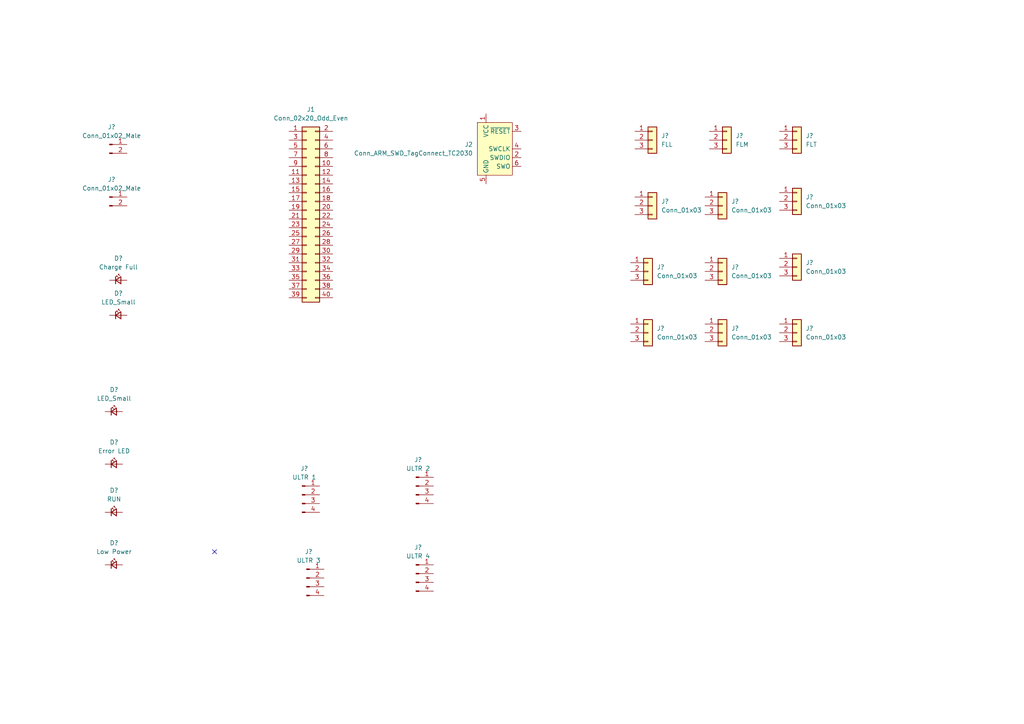
<source format=kicad_sch>
(kicad_sch (version 20211123) (generator eeschema)
  (paper "A4")
  (lib_symbols
    (symbol "Connector:Conn_01x02_Male" (pin_names (offset 1.016) hide)
      (property "Reference" "J" (at 0 2.54 0))
      (property "Value" "Conn_01x02_Male" (at 0 -5.08 0))
      (symbol "Conn_01x02_Male_1_1"
        (polyline (pts (xy 1.27 -2.54) (xy 0.8636 -2.54)) (stroke (width 0.1524)))
        (polyline (pts (xy 1.27 0) (xy 0.8636 0)) (stroke (width 0.1524)))
        (rectangle (start 0.8636 -2.413) (end 0 -2.667) (stroke (width 0.1524)) (fill (type outline)))
        (rectangle (start 0.8636 0.127) (end 0 -0.127) (stroke (width 0.1524)) (fill (type outline)))
        (pin passive line (at 5.08 0 180) (length 3.81) (name "Pin_1") (number "1"))
        (pin passive line (at 5.08 -2.54 180) (length 3.81) (name "Pin_2") (number "2"))
      )
    )
    (symbol "Connector:Conn_01x04_Male" (pin_names (offset 1.016) hide)
      (property "Reference" "J" (at 0 5.08 0))
      (property "Value" "Conn_01x04_Male" (at 0 -7.62 0))
      (symbol "Conn_01x04_Male_1_1"
        (polyline (pts (xy 1.27 -5.08) (xy 0.8636 -5.08)) (stroke (width 0.1524)))
        (polyline (pts (xy 1.27 -2.54) (xy 0.8636 -2.54)) (stroke (width 0.1524)))
        (polyline (pts (xy 1.27 0) (xy 0.8636 0)) (stroke (width 0.1524)))
        (polyline (pts (xy 1.27 2.54) (xy 0.8636 2.54)) (stroke (width 0.1524)))
        (rectangle (start 0.8636 -4.953) (end 0 -5.207) (stroke (width 0.1524)) (fill (type outline)))
        (rectangle (start 0.8636 -2.413) (end 0 -2.667) (stroke (width 0.1524)) (fill (type outline)))
        (rectangle (start 0.8636 0.127) (end 0 -0.127) (stroke (width 0.1524)) (fill (type outline)))
        (rectangle (start 0.8636 2.667) (end 0 2.413) (stroke (width 0.1524)) (fill (type outline)))
        (pin passive line (at 5.08 2.54 180) (length 3.81) (name "Pin_1") (number "1"))
        (pin passive line (at 5.08 0 180) (length 3.81) (name "Pin_2") (number "2"))
        (pin passive line (at 5.08 -2.54 180) (length 3.81) (name "Pin_3") (number "3"))
        (pin passive line (at 5.08 -5.08 180) (length 3.81) (name "Pin_4") (number "4"))
      )
    )
    (symbol "Connector:Conn_ARM_SWD_TagConnect_TC2030" (in_bom no)
      (property "Reference" "J" (at 2.54 11.43 0))
      (property "Value" "Conn_ARM_SWD_TagConnect_TC2030" (at 5.08 8.89 0))
      (symbol "Conn_ARM_SWD_TagConnect_TC2030_0_0"
        (pin power_in line (at -2.54 10.16 270) (length 2.54) (name "VCC") (number "1"))
        (pin bidirectional line (at 7.62 -2.54 180) (length 2.54) (name "SWDIO") (number "2"))
        (pin open_collector line (at 7.62 5.08 180) (length 2.54) (name "~{RESET}") (number "3"))
        (pin output line (at 7.62 0 180) (length 2.54) (name "SWCLK") (number "4"))
        (pin power_in line (at -2.54 -10.16 90) (length 2.54) (name "GND") (number "5"))
        (pin input line (at 7.62 -5.08 180) (length 2.54) (name "SWO") (number "6"))
      )
      (symbol "Conn_ARM_SWD_TagConnect_TC2030_0_1"
        (rectangle (start -5.08 7.62) (end 5.08 -7.62) (fill (type background)))
      )
    )
    (symbol "Connector_Generic:Conn_01x03" (pin_names (offset 1.016) hide)
      (property "Reference" "J" (at 0 5.08 0))
      (property "Value" "Conn_01x03" (at 0 -5.08 0))
      (symbol "Conn_01x03_1_1"
        (rectangle (start -1.27 -2.413) (end 0 -2.667) (stroke (width 0.1524)))
        (rectangle (start -1.27 0.127) (end 0 -0.127) (stroke (width 0.1524)))
        (rectangle (start -1.27 2.667) (end 0 2.413) (stroke (width 0.1524)))
        (rectangle (start -1.27 3.81) (end 1.27 -3.81) (stroke (width 0.254)) (fill (type background)))
        (pin passive line (at -5.08 2.54 0) (length 3.81) (name "Pin_1") (number "1"))
        (pin passive line (at -5.08 0 0) (length 3.81) (name "Pin_2") (number "2"))
        (pin passive line (at -5.08 -2.54 0) (length 3.81) (name "Pin_3") (number "3"))
      )
    )
    (symbol "Connector_Generic:Conn_02x20_Odd_Even" (pin_names (offset 1.016) hide)
      (property "Reference" "J" (at 1.27 25.4 0))
      (property "Value" "Conn_02x20_Odd_Even" (at 1.27 -27.94 0))
      (symbol "Conn_02x20_Odd_Even_1_1"
        (rectangle (start -1.27 -25.273) (end 0 -25.527) (stroke (width 0.1524)))
        (rectangle (start -1.27 -22.733) (end 0 -22.987) (stroke (width 0.1524)))
        (rectangle (start -1.27 -20.193) (end 0 -20.447) (stroke (width 0.1524)))
        (rectangle (start -1.27 -17.653) (end 0 -17.907) (stroke (width 0.1524)))
        (rectangle (start -1.27 -15.113) (end 0 -15.367) (stroke (width 0.1524)))
        (rectangle (start -1.27 -12.573) (end 0 -12.827) (stroke (width 0.1524)))
        (rectangle (start -1.27 -10.033) (end 0 -10.287) (stroke (width 0.1524)))
        (rectangle (start -1.27 -7.493) (end 0 -7.747) (stroke (width 0.1524)))
        (rectangle (start -1.27 -4.953) (end 0 -5.207) (stroke (width 0.1524)))
        (rectangle (start -1.27 -2.413) (end 0 -2.667) (stroke (width 0.1524)))
        (rectangle (start -1.27 0.127) (end 0 -0.127) (stroke (width 0.1524)))
        (rectangle (start -1.27 2.667) (end 0 2.413) (stroke (width 0.1524)))
        (rectangle (start -1.27 5.207) (end 0 4.953) (stroke (width 0.1524)))
        (rectangle (start -1.27 7.747) (end 0 7.493) (stroke (width 0.1524)))
        (rectangle (start -1.27 10.287) (end 0 10.033) (stroke (width 0.1524)))
        (rectangle (start -1.27 12.827) (end 0 12.573) (stroke (width 0.1524)))
        (rectangle (start -1.27 15.367) (end 0 15.113) (stroke (width 0.1524)))
        (rectangle (start -1.27 17.907) (end 0 17.653) (stroke (width 0.1524)))
        (rectangle (start -1.27 20.447) (end 0 20.193) (stroke (width 0.1524)))
        (rectangle (start -1.27 22.987) (end 0 22.733) (stroke (width 0.1524)))
        (rectangle (start -1.27 24.13) (end 3.81 -26.67) (stroke (width 0.254)) (fill (type background)))
        (rectangle (start 3.81 -25.273) (end 2.54 -25.527) (stroke (width 0.1524)))
        (rectangle (start 3.81 -22.733) (end 2.54 -22.987) (stroke (width 0.1524)))
        (rectangle (start 3.81 -20.193) (end 2.54 -20.447) (stroke (width 0.1524)))
        (rectangle (start 3.81 -17.653) (end 2.54 -17.907) (stroke (width 0.1524)))
        (rectangle (start 3.81 -15.113) (end 2.54 -15.367) (stroke (width 0.1524)))
        (rectangle (start 3.81 -12.573) (end 2.54 -12.827) (stroke (width 0.1524)))
        (rectangle (start 3.81 -10.033) (end 2.54 -10.287) (stroke (width 0.1524)))
        (rectangle (start 3.81 -7.493) (end 2.54 -7.747) (stroke (width 0.1524)))
        (rectangle (start 3.81 -4.953) (end 2.54 -5.207) (stroke (width 0.1524)))
        (rectangle (start 3.81 -2.413) (end 2.54 -2.667) (stroke (width 0.1524)))
        (rectangle (start 3.81 0.127) (end 2.54 -0.127) (stroke (width 0.1524)))
        (rectangle (start 3.81 2.667) (end 2.54 2.413) (stroke (width 0.1524)))
        (rectangle (start 3.81 5.207) (end 2.54 4.953) (stroke (width 0.1524)))
        (rectangle (start 3.81 7.747) (end 2.54 7.493) (stroke (width 0.1524)))
        (rectangle (start 3.81 10.287) (end 2.54 10.033) (stroke (width 0.1524)))
        (rectangle (start 3.81 12.827) (end 2.54 12.573) (stroke (width 0.1524)))
        (rectangle (start 3.81 15.367) (end 2.54 15.113) (stroke (width 0.1524)))
        (rectangle (start 3.81 17.907) (end 2.54 17.653) (stroke (width 0.1524)))
        (rectangle (start 3.81 20.447) (end 2.54 20.193) (stroke (width 0.1524)))
        (rectangle (start 3.81 22.987) (end 2.54 22.733) (stroke (width 0.1524)))
        (pin passive line (at -5.08 22.86 0) (length 3.81) (name "Pin_1") (number "1"))
        (pin passive line (at 7.62 12.7 180) (length 3.81) (name "Pin_10") (number "10"))
        (pin passive line (at -5.08 10.16 0) (length 3.81) (name "Pin_11") (number "11"))
        (pin passive line (at 7.62 10.16 180) (length 3.81) (name "Pin_12") (number "12"))
        (pin passive line (at -5.08 7.62 0) (length 3.81) (name "Pin_13") (number "13"))
        (pin passive line (at 7.62 7.62 180) (length 3.81) (name "Pin_14") (number "14"))
        (pin passive line (at -5.08 5.08 0) (length 3.81) (name "Pin_15") (number "15"))
        (pin passive line (at 7.62 5.08 180) (length 3.81) (name "Pin_16") (number "16"))
        (pin passive line (at -5.08 2.54 0) (length 3.81) (name "Pin_17") (number "17"))
        (pin passive line (at 7.62 2.54 180) (length 3.81) (name "Pin_18") (number "18"))
        (pin passive line (at -5.08 0 0) (length 3.81) (name "Pin_19") (number "19"))
        (pin passive line (at 7.62 22.86 180) (length 3.81) (name "Pin_2") (number "2"))
        (pin passive line (at 7.62 0 180) (length 3.81) (name "Pin_20") (number "20"))
        (pin passive line (at -5.08 -2.54 0) (length 3.81) (name "Pin_21") (number "21"))
        (pin passive line (at 7.62 -2.54 180) (length 3.81) (name "Pin_22") (number "22"))
        (pin passive line (at -5.08 -5.08 0) (length 3.81) (name "Pin_23") (number "23"))
        (pin passive line (at 7.62 -5.08 180) (length 3.81) (name "Pin_24") (number "24"))
        (pin passive line (at -5.08 -7.62 0) (length 3.81) (name "Pin_25") (number "25"))
        (pin passive line (at 7.62 -7.62 180) (length 3.81) (name "Pin_26") (number "26"))
        (pin passive line (at -5.08 -10.16 0) (length 3.81) (name "Pin_27") (number "27"))
        (pin passive line (at 7.62 -10.16 180) (length 3.81) (name "Pin_28") (number "28"))
        (pin passive line (at -5.08 -12.7 0) (length 3.81) (name "Pin_29") (number "29"))
        (pin passive line (at -5.08 20.32 0) (length 3.81) (name "Pin_3") (number "3"))
        (pin passive line (at 7.62 -12.7 180) (length 3.81) (name "Pin_30") (number "30"))
        (pin passive line (at -5.08 -15.24 0) (length 3.81) (name "Pin_31") (number "31"))
        (pin passive line (at 7.62 -15.24 180) (length 3.81) (name "Pin_32") (number "32"))
        (pin passive line (at -5.08 -17.78 0) (length 3.81) (name "Pin_33") (number "33"))
        (pin passive line (at 7.62 -17.78 180) (length 3.81) (name "Pin_34") (number "34"))
        (pin passive line (at -5.08 -20.32 0) (length 3.81) (name "Pin_35") (number "35"))
        (pin passive line (at 7.62 -20.32 180) (length 3.81) (name "Pin_36") (number "36"))
        (pin passive line (at -5.08 -22.86 0) (length 3.81) (name "Pin_37") (number "37"))
        (pin passive line (at 7.62 -22.86 180) (length 3.81) (name "Pin_38") (number "38"))
        (pin passive line (at -5.08 -25.4 0) (length 3.81) (name "Pin_39") (number "39"))
        (pin passive line (at 7.62 20.32 180) (length 3.81) (name "Pin_4") (number "4"))
        (pin passive line (at 7.62 -25.4 180) (length 3.81) (name "Pin_40") (number "40"))
        (pin passive line (at -5.08 17.78 0) (length 3.81) (name "Pin_5") (number "5"))
        (pin passive line (at 7.62 17.78 180) (length 3.81) (name "Pin_6") (number "6"))
        (pin passive line (at -5.08 15.24 0) (length 3.81) (name "Pin_7") (number "7"))
        (pin passive line (at 7.62 15.24 180) (length 3.81) (name "Pin_8") (number "8"))
        (pin passive line (at -5.08 12.7 0) (length 3.81) (name "Pin_9") (number "9"))
      )
    )
    (symbol "Device:LED_Small" (pin_numbers hide) (pin_names (offset 0.254) hide)
      (property "Reference" "D" (at -1.27 3.175 0))
      (property "Value" "LED_Small" (at -4.445 -2.54 0))
      (symbol "LED_Small_0_1"
        (polyline (pts (xy -0.762 -1.016) (xy -0.762 1.016)) (stroke (width 0.254)))
        (polyline (pts (xy 1.016 0) (xy -0.762 0)))
        (polyline (pts (xy 0.762 -1.016) (xy -0.762 0) (xy 0.762 1.016) (xy 0.762 -1.016)) (stroke (width 0.254)))
        (polyline (pts (xy 0 0.762) (xy -0.508 1.27) (xy -0.254 1.27) (xy -0.508 1.27) (xy -0.508 1.016)))
        (polyline (pts (xy 0.508 1.27) (xy 0 1.778) (xy 0.254 1.778) (xy 0 1.778) (xy 0 1.524)))
      )
      (symbol "LED_Small_1_1"
        (pin passive line (at -2.54 0 0) (length 1.778) (name "K") (number "1"))
        (pin passive line (at 2.54 0 180) (length 1.778) (name "A") (number "2"))
      )
    )
  )
  (no_connect (at 62.23 160.02))
  (symbol (lib_id "Device:LED_Small") (at 34.29 81.28 0) (unit 1)
    (property "Reference" "D?" (at 34.3535 74.93 0))
    (property "Value" "Charge Full" (at 34.3535 77.47 0))
  )
  (symbol (lib_id "Device:LED_Small") (at 34.29 91.44 0) (unit 1)
    (property "Reference" "D?" (at 34.3535 85.09 0))
    (property "Value" "LED_Small" (at 34.3535 87.63 0))
  )
  (symbol (lib_id "Connector:Conn_ARM_SWD_TagConnect_TC2030") (at 143.51 43.18 0) (unit 1) (in_bom no)
    (property "Reference" "J2" (at 137.16 41.9099 0) (effects (justify right)))
    (property "Value" "Conn_ARM_SWD_TagConnect_TC2030" (at 137.16 44.4499 0) (effects (justify right)))
    (property "Footprint" "Connector:Tag-Connect_TC2030-IDC-FP_2x03_P1.27mm_Vertical" (effects hide))
    (property "Datasheet" "https://www.tag-connect.com/wp-content/uploads/bsk-pdf-manager/TC2030-CTX_1.pdf" (effects hide))
  )
  (symbol (lib_id "Connector_Generic:Conn_01x03") (at 231.14 77.47 0) (unit 1)
    (property "Reference" "J?" (at 233.68 76.1999 0) (effects (justify left)))
    (property "Value" "Conn_01x03" (at 233.68 78.7399 0) (effects (justify left)))
  )
  (symbol (lib_id "Device:LED_Small") (at 33.02 119.38 0) (unit 1)
    (property "Reference" "D?" (at 33.0835 113.03 0))
    (property "Value" "LED_Small" (at 33.0835 115.57 0))
  )
  (symbol (lib_id "Device:LED_Small") (at 33.02 134.62 0) (unit 1)
    (property "Reference" "D?" (at 33.0835 128.27 0))
    (property "Value" "Error LED" (at 33.0835 130.81 0))
  )
  (symbol (lib_id "Connector_Generic:Conn_01x03") (at 187.96 96.52 0) (unit 1)
    (property "Reference" "J?" (at 190.5 95.2499 0) (effects (justify left)))
    (property "Value" "Conn_01x03" (at 190.5 97.7899 0) (effects (justify left)))
  )
  (symbol (lib_id "Connector_Generic:Conn_01x03") (at 209.55 59.69 0) (unit 1)
    (property "Reference" "J?" (at 212.09 58.4199 0) (effects (justify left)))
    (property "Value" "Conn_01x03" (at 212.09 60.9599 0) (effects (justify left)))
  )
  (symbol (lib_id "Connector_Generic:Conn_01x03") (at 189.23 40.64 0) (unit 1)
    (property "Reference" "J?" (at 191.77 39.3699 0) (effects (justify left)))
    (property "Value" "FLL" (at 191.77 41.9099 0) (effects (justify left)))
  )
  (symbol (lib_id "Connector_Generic:Conn_01x03") (at 210.82 40.64 0) (unit 1)
    (property "Reference" "J?" (at 213.36 39.3699 0) (effects (justify left)))
    (property "Value" "FLM" (at 213.36 41.9099 0) (effects (justify left)))
  )
  (symbol (lib_id "Connector:Conn_01x04_Male") (at 88.9 167.64 0) (unit 1)
    (property "Reference" "J?" (at 89.535 160.02 0))
    (property "Value" "ULTR 3" (at 89.535 162.56 0))
  )
  (symbol (lib_id "Connector_Generic:Conn_01x03") (at 189.23 59.69 0) (unit 1)
    (property "Reference" "J?" (at 191.77 58.4199 0) (effects (justify left)))
    (property "Value" "Conn_01x03" (at 191.77 60.9599 0) (effects (justify left)))
  )
  (symbol (lib_id "Connector_Generic:Conn_01x03") (at 209.55 96.52 0) (unit 1)
    (property "Reference" "J?" (at 212.09 95.2499 0) (effects (justify left)))
    (property "Value" "Conn_01x03" (at 212.09 97.7899 0) (effects (justify left)))
  )
  (symbol (lib_id "Connector:Conn_01x04_Male") (at 120.65 140.97 0) (unit 1)
    (property "Reference" "J?" (at 121.285 133.35 0))
    (property "Value" "ULTR 2" (at 121.285 135.89 0))
  )
  (symbol (lib_id "Connector_Generic:Conn_02x20_Odd_Even") (at 88.9 60.96 0) (unit 1)
    (property "Reference" "J1" (at 90.17 31.75 0))
    (property "Value" "Conn_02x20_Odd_Even" (at 90.17 34.29 0))
  )
  (symbol (lib_id "Connector_Generic:Conn_01x03") (at 231.14 58.42 0) (unit 1)
    (property "Reference" "J?" (at 233.68 57.1499 0) (effects (justify left)))
    (property "Value" "Conn_01x03" (at 233.68 59.6899 0) (effects (justify left)))
  )
  (symbol (lib_id "Connector_Generic:Conn_01x03") (at 231.14 40.64 0) (unit 1)
    (property "Reference" "J?" (at 233.68 39.3699 0) (effects (justify left)))
    (property "Value" "FLT" (at 233.68 41.9099 0) (effects (justify left)))
  )
  (symbol (lib_id "Connector_Generic:Conn_01x03") (at 187.96 78.74 0) (unit 1)
    (property "Reference" "J?" (at 190.5 77.4699 0) (effects (justify left)))
    (property "Value" "Conn_01x03" (at 190.5 80.0099 0) (effects (justify left)))
  )
  (symbol (lib_id "Device:LED_Small") (at 33.02 163.83 0) (unit 1)
    (property "Reference" "D?" (at 33.0835 157.48 0))
    (property "Value" "Low Power" (at 33.0835 160.02 0))
  )
  (symbol (lib_id "Connector:Conn_01x02_Male") (at 31.75 41.91 0) (unit 1)
    (property "Reference" "J?" (at 32.385 36.83 0))
    (property "Value" "Conn_01x02_Male" (at 32.385 39.37 0))
  )
  (symbol (lib_id "Connector:Conn_01x04_Male") (at 120.65 166.37 0) (unit 1)
    (property "Reference" "J?" (at 121.285 158.75 0))
    (property "Value" "ULTR 4" (at 121.285 161.29 0))
  )
  (symbol (lib_id "Connector_Generic:Conn_01x03") (at 209.55 78.74 0) (unit 1)
    (property "Reference" "J?" (at 212.09 77.4699 0) (effects (justify left)))
    (property "Value" "Conn_01x03" (at 212.09 80.0099 0) (effects (justify left)))
  )
  (symbol (lib_id "Connector:Conn_01x04_Male") (at 87.63 143.51 0) (unit 1)
    (property "Reference" "J?" (at 88.265 135.89 0))
    (property "Value" "ULTR 1" (at 88.265 138.43 0))
  )
  (symbol (lib_id "Connector:Conn_01x02_Male") (at 31.75 57.15 0) (unit 1)
    (property "Reference" "J?" (at 32.385 52.07 0))
    (property "Value" "Conn_01x02_Male" (at 32.385 54.61 0))
  )
  (symbol (lib_id "Device:LED_Small") (at 33.02 148.59 0) (unit 1)
    (property "Reference" "D?" (at 33.0835 142.24 0))
    (property "Value" "RUN" (at 33.0835 144.78 0))
  )
  (symbol (lib_id "Connector_Generic:Conn_01x03") (at 231.14 96.52 0) (unit 1)
    (property "Reference" "J?" (at 233.68 95.2499 0) (effects (justify left)))
    (property "Value" "Conn_01x03" (at 233.68 97.7899 0) (effects (justify left)))
  )
)
</source>
